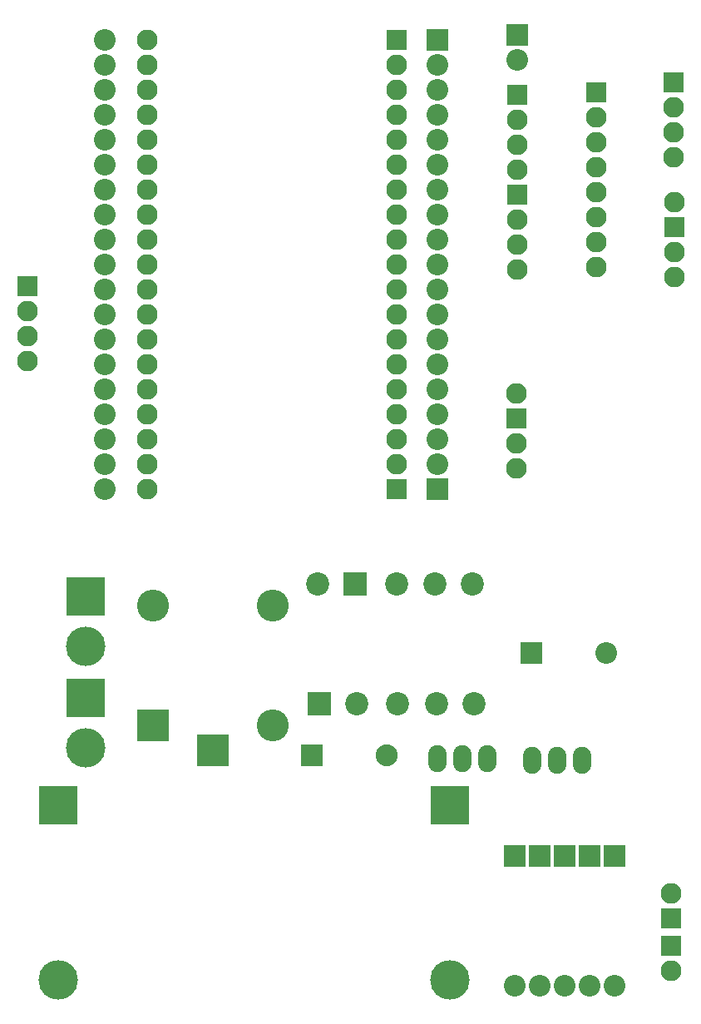
<source format=gts>
G04*
G04 #@! TF.GenerationSoftware,Altium Limited,Altium Designer,21.3.2 (30)*
G04*
G04 Layer_Color=8388736*
%FSTAX25Y25*%
%MOIN*%
G70*
G04*
G04 #@! TF.SameCoordinates,F71A3992-D9C6-49B2-A255-B3BA7863061E*
G04*
G04*
G04 #@! TF.FilePolarity,Negative*
G04*
G01*
G75*
%ADD17R,0.08300X0.08300*%
%ADD18C,0.08300*%
%ADD19C,0.15800*%
%ADD20R,0.15800X0.15800*%
%ADD21R,0.08800X0.08800*%
%ADD22C,0.08800*%
%ADD23C,0.12800*%
%ADD24R,0.12800X0.12800*%
%ADD25R,0.15800X0.15800*%
%ADD26R,0.09300X0.09300*%
%ADD27C,0.09300*%
%ADD28R,0.08300X0.08300*%
%ADD29C,0.08706*%
%ADD30R,0.08706X0.08706*%
%ADD31R,0.08706X0.08706*%
%ADD32O,0.07400X0.10800*%
D17*
X0158Y0214D02*
D03*
Y0394D02*
D03*
D18*
Y0224D02*
D03*
Y0234D02*
D03*
Y0244D02*
D03*
Y0254D02*
D03*
Y0264D02*
D03*
Y0274D02*
D03*
Y0284D02*
D03*
Y0294D02*
D03*
Y0304D02*
D03*
Y0314D02*
D03*
Y0324D02*
D03*
Y0334D02*
D03*
Y0344D02*
D03*
Y0354D02*
D03*
Y0364D02*
D03*
Y0374D02*
D03*
Y0384D02*
D03*
X0058Y0394D02*
D03*
Y0384D02*
D03*
Y0374D02*
D03*
Y0364D02*
D03*
Y0354D02*
D03*
Y0344D02*
D03*
Y0334D02*
D03*
Y0324D02*
D03*
Y0314D02*
D03*
Y0304D02*
D03*
Y0294D02*
D03*
Y0284D02*
D03*
Y0274D02*
D03*
Y0264D02*
D03*
Y0254D02*
D03*
Y0244D02*
D03*
Y0234D02*
D03*
Y0224D02*
D03*
Y0214D02*
D03*
X02695Y0299D02*
D03*
Y0309D02*
D03*
Y0329D02*
D03*
X0238Y0363D02*
D03*
Y0353D02*
D03*
Y0343D02*
D03*
Y0333D02*
D03*
Y0323D02*
D03*
Y0313D02*
D03*
Y0303D02*
D03*
X02065Y0302D02*
D03*
Y0312D02*
D03*
Y0322D02*
D03*
Y0342D02*
D03*
Y0352D02*
D03*
Y0362D02*
D03*
X0268Y0021D02*
D03*
Y0052D02*
D03*
X0206Y02225D02*
D03*
Y02325D02*
D03*
Y02525D02*
D03*
X0269Y0367D02*
D03*
Y0357D02*
D03*
Y0347D02*
D03*
X001Y02855D02*
D03*
Y02755D02*
D03*
Y02655D02*
D03*
D19*
X00225Y00175D02*
D03*
X01795D02*
D03*
X00335Y0151D02*
D03*
Y01105D02*
D03*
D20*
X00225Y00875D02*
D03*
X01795D02*
D03*
D21*
X0124Y01075D02*
D03*
D22*
X0154D02*
D03*
D23*
X01085Y01195D02*
D03*
X00605Y01675D02*
D03*
X01085D02*
D03*
D24*
X00845Y01095D02*
D03*
X00605Y01195D02*
D03*
D25*
X00335Y0171D02*
D03*
Y01305D02*
D03*
D26*
X0127Y0128D02*
D03*
X01415Y0176D02*
D03*
D27*
X01265D02*
D03*
X01585Y0128D02*
D03*
X0158Y0176D02*
D03*
X01735D02*
D03*
X0174Y0128D02*
D03*
X0142D02*
D03*
X01885Y0176D02*
D03*
X0189Y0128D02*
D03*
D28*
X02695Y0319D02*
D03*
X0238Y0373D02*
D03*
X02065Y0332D02*
D03*
Y0372D02*
D03*
X0268Y0031D02*
D03*
Y0042D02*
D03*
X0206Y02425D02*
D03*
X0269Y0377D02*
D03*
X001Y02955D02*
D03*
D29*
X0041Y0214D02*
D03*
Y0224D02*
D03*
Y0234D02*
D03*
Y0244D02*
D03*
Y0254D02*
D03*
Y0264D02*
D03*
Y0274D02*
D03*
Y0284D02*
D03*
Y0294D02*
D03*
Y0304D02*
D03*
Y0314D02*
D03*
Y0324D02*
D03*
Y0334D02*
D03*
Y0344D02*
D03*
Y0354D02*
D03*
Y0364D02*
D03*
Y0374D02*
D03*
Y0384D02*
D03*
Y0394D02*
D03*
X02055Y0015D02*
D03*
X02155D02*
D03*
X02255D02*
D03*
X02355D02*
D03*
X02455D02*
D03*
X01745Y0384D02*
D03*
Y0374D02*
D03*
Y0364D02*
D03*
Y0354D02*
D03*
Y0344D02*
D03*
Y0334D02*
D03*
Y0324D02*
D03*
Y0314D02*
D03*
Y0304D02*
D03*
Y0294D02*
D03*
Y0284D02*
D03*
Y0274D02*
D03*
Y0264D02*
D03*
Y0254D02*
D03*
Y0244D02*
D03*
Y0234D02*
D03*
Y0224D02*
D03*
X02065Y0386D02*
D03*
X0242Y01485D02*
D03*
D30*
X02455Y0067D02*
D03*
X02355D02*
D03*
X02255D02*
D03*
X02155D02*
D03*
X02055D02*
D03*
X0212Y014845D02*
D03*
D31*
X01745Y0394D02*
D03*
Y0214D02*
D03*
X02065Y0396D02*
D03*
D32*
X02125Y01055D02*
D03*
X02225D02*
D03*
X02325D02*
D03*
X01745Y0106D02*
D03*
X01845D02*
D03*
X01945D02*
D03*
M02*

</source>
